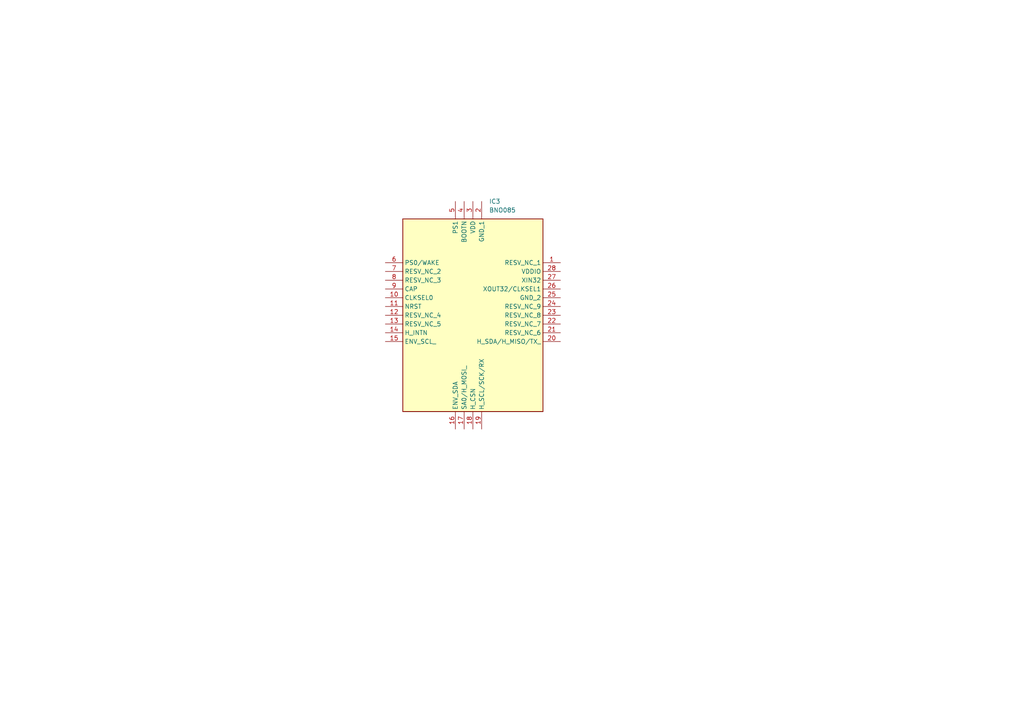
<source format=kicad_sch>
(kicad_sch (version 20250114) (generator "eeschema") (generator_version "9.0")
  (paper "A4")
  (lib_symbols
    (symbol "BNO085:BNO085"
      (property "Reference" "IC" (at 46.99 17.78 0))
      (property "Value" "BNO085" (at 46.99 15.24 0))
      (symbol "BNO085_1_1"
        (rectangle (start 5.08 12.7) (end 45.72 -43.18) (stroke (width 0.254)) (fill (type background)))
        (pin passive line (at 0 0 0) (length 5.08) (name "PS0/WAKE") (number "6"))
        (pin passive line (at 0 -2.54 0) (length 5.08) (name "RESV_NC_2") (number "7"))
        (pin passive line (at 0 -5.08 0) (length 5.08) (name "RESV_NC_3") (number "8"))
        (pin passive line (at 0 -7.62 0) (length 5.08) (name "CAP") (number "9"))
        (pin passive line (at 0 -10.16 0) (length 5.08) (name "CLKSEL0") (number "10"))
        (pin passive line (at 0 -12.7 0) (length 5.08) (name "NRST") (number "11"))
        (pin passive line (at 0 -15.24 0) (length 5.08) (name "RESV_NC_4") (number "12"))
        (pin passive line (at 0 -17.78 0) (length 5.08) (name "RESV_NC_5") (number "13"))
        (pin passive line (at 0 -20.32 0) (length 5.08) (name "H_INTN") (number "14"))
        (pin passive line (at 0 -22.86 0) (length 5.08) (name "ENV_SCL_") (number "15"))
        (pin passive line (at 20.32 17.78 270) (length 5.08) (name "PS1") (number "5"))
        (pin passive line (at 20.32 -48.26 90) (length 5.08) (name "ENV_SDA") (number "16"))
        (pin passive line (at 22.86 17.78 270) (length 5.08) (name "BOOTN") (number "4"))
        (pin passive line (at 22.86 -48.26 90) (length 5.08) (name "SA0/H_MOSI_") (number "17"))
        (pin passive line (at 25.4 17.78 270) (length 5.08) (name "VDD") (number "3"))
        (pin passive line (at 25.4 -48.26 90) (length 5.08) (name "H_CSN") (number "18"))
        (pin passive line (at 27.94 17.78 270) (length 5.08) (name "GND_1") (number "2"))
        (pin passive line (at 27.94 -48.26 90) (length 5.08) (name "H_SCL/SCK/RX") (number "19"))
        (pin passive line (at 50.8 0 180) (length 5.08) (name "RESV_NC_1") (number "1"))
        (pin passive line (at 50.8 -2.54 180) (length 5.08) (name "VDDIO") (number "28"))
        (pin passive line (at 50.8 -5.08 180) (length 5.08) (name "XIN32") (number "27"))
        (pin passive line (at 50.8 -7.62 180) (length 5.08) (name "XOUT32/CLKSEL1") (number "26"))
        (pin passive line (at 50.8 -10.16 180) (length 5.08) (name "GND_2") (number "25"))
        (pin passive line (at 50.8 -12.7 180) (length 5.08) (name "RESV_NC_9") (number "24"))
        (pin passive line (at 50.8 -15.24 180) (length 5.08) (name "RESV_NC_8") (number "23"))
        (pin passive line (at 50.8 -17.78 180) (length 5.08) (name "RESV_NC_7") (number "22"))
        (pin passive line (at 50.8 -20.32 180) (length 5.08) (name "RESV_NC_6") (number "21"))
        (pin passive line (at 50.8 -22.86 180) (length 5.08) (name "H_SDA/H_MISO/TX_") (number "20"))
      )
    )
  )
  (symbol (lib_id "BNO085:BNO085") (at 111.76 76.2 0) (unit 1)
    (property "Reference" "IC3" (at 141.8433 58.42 0) (effects (justify left)))
    (property "Value" "BNO085" (at 141.8433 60.96 0) (effects (justify left)))
    (property "Footprint" "BNO085:BNO085" (effects (hide yes)))
    (property "Datasheet" "https://www.ceva-dsp.com/wp-content/uploads/2019/10/BNO080_085-Datasheet.pdf" (effects (hide yes)))
    (property "Description" "Board Mount Motion & Position Sensors 9-axis IMU" (effects (hide yes)))
    (property "Height" "1.18" (effects (hide yes)))
    (property "Mouser Part Number" "526-BNO085" (effects (hide yes)))
    (property "Mouser Price/Stock" "https://www.mouser.co.uk/ProductDetail/CEVA/BNO085?qs=ulEaXIWI0c9BFVeZDQCmmQ%3D%3D" (effects (hide yes)))
    (property "Manufacturer_Name" "CEVA" (effects (hide yes)))
    (property "Manufacturer_Part_Number" "BNO085" (effects (hide yes)))
  )
)
</source>
